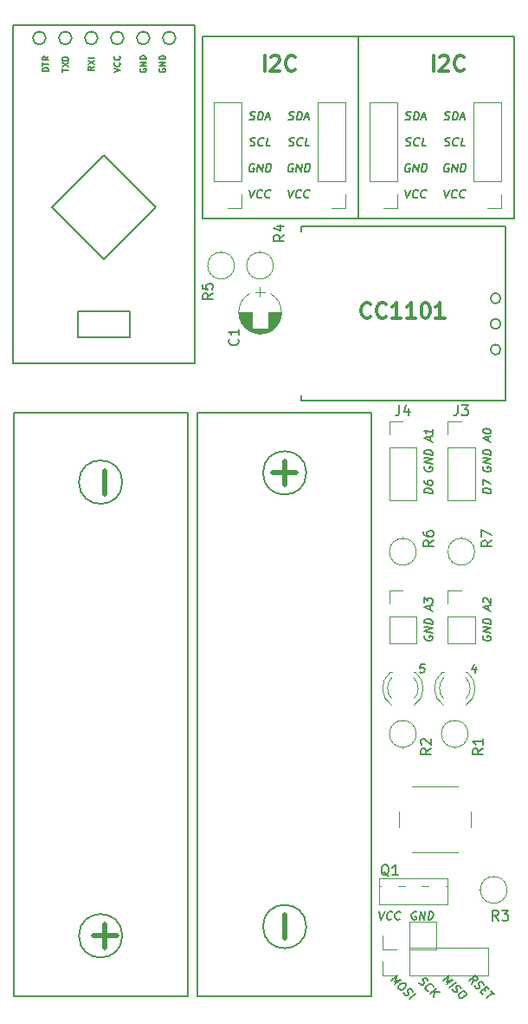
<source format=gbr>
G04 #@! TF.FileFunction,Legend,Top*
%FSLAX46Y46*%
G04 Gerber Fmt 4.6, Leading zero omitted, Abs format (unit mm)*
G04 Created by KiCad (PCBNEW 4.0.7) date 05/04/18 00:13:25*
%MOMM*%
%LPD*%
G01*
G04 APERTURE LIST*
%ADD10C,0.100000*%
%ADD11C,0.150000*%
%ADD12C,0.300000*%
%ADD13C,0.200000*%
%ADD14C,0.120000*%
%ADD15C,0.500000*%
G04 APERTURE END LIST*
D10*
D11*
X141966905Y-95885714D02*
X141166905Y-95785714D01*
X141166905Y-95595238D01*
X141205000Y-95485714D01*
X141281190Y-95419047D01*
X141357381Y-95390476D01*
X141509762Y-95371428D01*
X141624048Y-95385714D01*
X141776429Y-95442857D01*
X141852619Y-95490475D01*
X141928810Y-95576190D01*
X141966905Y-95695238D01*
X141966905Y-95885714D01*
X141166905Y-94642857D02*
X141166905Y-94795238D01*
X141205000Y-94876190D01*
X141243095Y-94919047D01*
X141357381Y-95009524D01*
X141509762Y-95066666D01*
X141814524Y-95104761D01*
X141890714Y-95076190D01*
X141928810Y-95042857D01*
X141966905Y-94971428D01*
X141966905Y-94819047D01*
X141928810Y-94738095D01*
X141890714Y-94695237D01*
X141814524Y-94647618D01*
X141624048Y-94623809D01*
X141547857Y-94652380D01*
X141509762Y-94685714D01*
X141471667Y-94757142D01*
X141471667Y-94909523D01*
X141509762Y-94990476D01*
X141547857Y-95033333D01*
X141624048Y-95080952D01*
X147681905Y-95885714D02*
X146881905Y-95785714D01*
X146881905Y-95595238D01*
X146920000Y-95485714D01*
X146996190Y-95419047D01*
X147072381Y-95390476D01*
X147224762Y-95371428D01*
X147339048Y-95385714D01*
X147491429Y-95442857D01*
X147567619Y-95490475D01*
X147643810Y-95576190D01*
X147681905Y-95695238D01*
X147681905Y-95885714D01*
X146881905Y-95061904D02*
X146881905Y-94528571D01*
X147681905Y-94971428D01*
X146920000Y-93269523D02*
X146881905Y-93340952D01*
X146881905Y-93455237D01*
X146920000Y-93574285D01*
X146996190Y-93660000D01*
X147072381Y-93707619D01*
X147224762Y-93764761D01*
X147339048Y-93779047D01*
X147491429Y-93760000D01*
X147567619Y-93731428D01*
X147643810Y-93664761D01*
X147681905Y-93555237D01*
X147681905Y-93479047D01*
X147643810Y-93359999D01*
X147605714Y-93317142D01*
X147339048Y-93283809D01*
X147339048Y-93436190D01*
X147681905Y-92983809D02*
X146881905Y-92883809D01*
X147681905Y-92526666D01*
X146881905Y-92426666D01*
X147681905Y-92145714D02*
X146881905Y-92045714D01*
X146881905Y-91855238D01*
X146920000Y-91745714D01*
X146996190Y-91679047D01*
X147072381Y-91650476D01*
X147224762Y-91631428D01*
X147339048Y-91645714D01*
X147491429Y-91702857D01*
X147567619Y-91750475D01*
X147643810Y-91836190D01*
X147681905Y-91955238D01*
X147681905Y-92145714D01*
X141205000Y-93269523D02*
X141166905Y-93340952D01*
X141166905Y-93455237D01*
X141205000Y-93574285D01*
X141281190Y-93660000D01*
X141357381Y-93707619D01*
X141509762Y-93764761D01*
X141624048Y-93779047D01*
X141776429Y-93760000D01*
X141852619Y-93731428D01*
X141928810Y-93664761D01*
X141966905Y-93555237D01*
X141966905Y-93479047D01*
X141928810Y-93359999D01*
X141890714Y-93317142D01*
X141624048Y-93283809D01*
X141624048Y-93436190D01*
X141966905Y-92983809D02*
X141166905Y-92883809D01*
X141966905Y-92526666D01*
X141166905Y-92426666D01*
X141966905Y-92145714D02*
X141166905Y-92045714D01*
X141166905Y-91855238D01*
X141205000Y-91745714D01*
X141281190Y-91679047D01*
X141357381Y-91650476D01*
X141509762Y-91631428D01*
X141624048Y-91645714D01*
X141776429Y-91702857D01*
X141852619Y-91750475D01*
X141928810Y-91836190D01*
X141966905Y-91955238D01*
X141966905Y-92145714D01*
X141205000Y-109779523D02*
X141166905Y-109850952D01*
X141166905Y-109965237D01*
X141205000Y-110084285D01*
X141281190Y-110170000D01*
X141357381Y-110217619D01*
X141509762Y-110274761D01*
X141624048Y-110289047D01*
X141776429Y-110270000D01*
X141852619Y-110241428D01*
X141928810Y-110174761D01*
X141966905Y-110065237D01*
X141966905Y-109989047D01*
X141928810Y-109869999D01*
X141890714Y-109827142D01*
X141624048Y-109793809D01*
X141624048Y-109946190D01*
X141966905Y-109493809D02*
X141166905Y-109393809D01*
X141966905Y-109036666D01*
X141166905Y-108936666D01*
X141966905Y-108655714D02*
X141166905Y-108555714D01*
X141166905Y-108365238D01*
X141205000Y-108255714D01*
X141281190Y-108189047D01*
X141357381Y-108160476D01*
X141509762Y-108141428D01*
X141624048Y-108155714D01*
X141776429Y-108212857D01*
X141852619Y-108260475D01*
X141928810Y-108346190D01*
X141966905Y-108465238D01*
X141966905Y-108655714D01*
X140410477Y-136760000D02*
X140339048Y-136721905D01*
X140224763Y-136721905D01*
X140105715Y-136760000D01*
X140020000Y-136836190D01*
X139972381Y-136912381D01*
X139915239Y-137064762D01*
X139900953Y-137179048D01*
X139920000Y-137331429D01*
X139948572Y-137407619D01*
X140015239Y-137483810D01*
X140124763Y-137521905D01*
X140200953Y-137521905D01*
X140320001Y-137483810D01*
X140362858Y-137445714D01*
X140396191Y-137179048D01*
X140243810Y-137179048D01*
X140696191Y-137521905D02*
X140796191Y-136721905D01*
X141153334Y-137521905D01*
X141253334Y-136721905D01*
X141534286Y-137521905D02*
X141634286Y-136721905D01*
X141824762Y-136721905D01*
X141934286Y-136760000D01*
X142000953Y-136836190D01*
X142029524Y-136912381D01*
X142048572Y-137064762D01*
X142034286Y-137179048D01*
X141977143Y-137331429D01*
X141929525Y-137407619D01*
X141843810Y-137483810D01*
X141724762Y-137521905D01*
X141534286Y-137521905D01*
D12*
X135922144Y-78640714D02*
X135850715Y-78712143D01*
X135636429Y-78783571D01*
X135493572Y-78783571D01*
X135279287Y-78712143D01*
X135136429Y-78569286D01*
X135065001Y-78426429D01*
X134993572Y-78140714D01*
X134993572Y-77926429D01*
X135065001Y-77640714D01*
X135136429Y-77497857D01*
X135279287Y-77355000D01*
X135493572Y-77283571D01*
X135636429Y-77283571D01*
X135850715Y-77355000D01*
X135922144Y-77426429D01*
X137422144Y-78640714D02*
X137350715Y-78712143D01*
X137136429Y-78783571D01*
X136993572Y-78783571D01*
X136779287Y-78712143D01*
X136636429Y-78569286D01*
X136565001Y-78426429D01*
X136493572Y-78140714D01*
X136493572Y-77926429D01*
X136565001Y-77640714D01*
X136636429Y-77497857D01*
X136779287Y-77355000D01*
X136993572Y-77283571D01*
X137136429Y-77283571D01*
X137350715Y-77355000D01*
X137422144Y-77426429D01*
X138850715Y-78783571D02*
X137993572Y-78783571D01*
X138422144Y-78783571D02*
X138422144Y-77283571D01*
X138279287Y-77497857D01*
X138136429Y-77640714D01*
X137993572Y-77712143D01*
X140279286Y-78783571D02*
X139422143Y-78783571D01*
X139850715Y-78783571D02*
X139850715Y-77283571D01*
X139707858Y-77497857D01*
X139565000Y-77640714D01*
X139422143Y-77712143D01*
X141207857Y-77283571D02*
X141350714Y-77283571D01*
X141493571Y-77355000D01*
X141565000Y-77426429D01*
X141636429Y-77569286D01*
X141707857Y-77855000D01*
X141707857Y-78212143D01*
X141636429Y-78497857D01*
X141565000Y-78640714D01*
X141493571Y-78712143D01*
X141350714Y-78783571D01*
X141207857Y-78783571D01*
X141065000Y-78712143D01*
X140993571Y-78640714D01*
X140922143Y-78497857D01*
X140850714Y-78212143D01*
X140850714Y-77855000D01*
X140922143Y-77569286D01*
X140993571Y-77426429D01*
X141065000Y-77355000D01*
X141207857Y-77283571D01*
X143136428Y-78783571D02*
X142279285Y-78783571D01*
X142707857Y-78783571D02*
X142707857Y-77283571D01*
X142565000Y-77497857D01*
X142422142Y-77640714D01*
X142279285Y-77712143D01*
X142045715Y-54653571D02*
X142045715Y-53153571D01*
X142688572Y-53296429D02*
X142760001Y-53225000D01*
X142902858Y-53153571D01*
X143260001Y-53153571D01*
X143402858Y-53225000D01*
X143474287Y-53296429D01*
X143545715Y-53439286D01*
X143545715Y-53582143D01*
X143474287Y-53796429D01*
X142617144Y-54653571D01*
X143545715Y-54653571D01*
X145045715Y-54510714D02*
X144974286Y-54582143D01*
X144760000Y-54653571D01*
X144617143Y-54653571D01*
X144402858Y-54582143D01*
X144260000Y-54439286D01*
X144188572Y-54296429D01*
X144117143Y-54010714D01*
X144117143Y-53796429D01*
X144188572Y-53510714D01*
X144260000Y-53367857D01*
X144402858Y-53225000D01*
X144617143Y-53153571D01*
X144760000Y-53153571D01*
X144974286Y-53225000D01*
X145045715Y-53296429D01*
X125535715Y-54653571D02*
X125535715Y-53153571D01*
X126178572Y-53296429D02*
X126250001Y-53225000D01*
X126392858Y-53153571D01*
X126750001Y-53153571D01*
X126892858Y-53225000D01*
X126964287Y-53296429D01*
X127035715Y-53439286D01*
X127035715Y-53582143D01*
X126964287Y-53796429D01*
X126107144Y-54653571D01*
X127035715Y-54653571D01*
X128535715Y-54510714D02*
X128464286Y-54582143D01*
X128250000Y-54653571D01*
X128107143Y-54653571D01*
X127892858Y-54582143D01*
X127750000Y-54439286D01*
X127678572Y-54296429D01*
X127607143Y-54010714D01*
X127607143Y-53796429D01*
X127678572Y-53510714D01*
X127750000Y-53367857D01*
X127892858Y-53225000D01*
X128107143Y-53153571D01*
X128250000Y-53153571D01*
X128464286Y-53225000D01*
X128535715Y-53296429D01*
D11*
X145831421Y-143803232D02*
X145945905Y-143378967D01*
X145508172Y-143479983D02*
X146144568Y-142985008D01*
X146360067Y-143200508D01*
X146383638Y-143277953D01*
X146380271Y-143328460D01*
X146346598Y-143402538D01*
X146255686Y-143473249D01*
X146168139Y-143493452D01*
X146110897Y-143490085D01*
X146026718Y-143459780D01*
X145811218Y-143244280D01*
X146077225Y-143995161D02*
X146127733Y-144099544D01*
X146262420Y-144234231D01*
X146346598Y-144264535D01*
X146403842Y-144267902D01*
X146491388Y-144247699D01*
X146551997Y-144200558D01*
X146585668Y-144126481D01*
X146589035Y-144075973D01*
X146565466Y-143998528D01*
X146488021Y-143867208D01*
X146464450Y-143789763D01*
X146467817Y-143739256D01*
X146501490Y-143665178D01*
X146562098Y-143618037D01*
X146649645Y-143597834D01*
X146706886Y-143601201D01*
X146791066Y-143631506D01*
X146925753Y-143766193D01*
X146976261Y-143870575D01*
X146945956Y-144325144D02*
X147134518Y-144513706D01*
X146881980Y-144853791D02*
X146612606Y-144584417D01*
X147249002Y-144089442D01*
X147518376Y-144358816D01*
X147680000Y-144520440D02*
X148003249Y-144843689D01*
X147205229Y-145177040D02*
X147841625Y-144682065D01*
X142968172Y-143479983D02*
X143604568Y-142985008D01*
X143338562Y-143527123D01*
X143981692Y-143362132D01*
X143345296Y-143857107D01*
X143614670Y-144126481D02*
X144251066Y-143631506D01*
X143887411Y-144345347D02*
X143937919Y-144449730D01*
X144072606Y-144584417D01*
X144156785Y-144614721D01*
X144214028Y-144618088D01*
X144301574Y-144597886D01*
X144362183Y-144550744D01*
X144395855Y-144476667D01*
X144399221Y-144426159D01*
X144375652Y-144348714D01*
X144298207Y-144217394D01*
X144274636Y-144139949D01*
X144278003Y-144089442D01*
X144311676Y-144015364D01*
X144372284Y-143968223D01*
X144459831Y-143948020D01*
X144517073Y-143951387D01*
X144601252Y-143981692D01*
X144735939Y-144116379D01*
X144786447Y-144220762D01*
X145166938Y-144547378D02*
X145274687Y-144655127D01*
X145298258Y-144732573D01*
X145291523Y-144833587D01*
X145197243Y-144954806D01*
X144985110Y-145119797D01*
X144836955Y-145187141D01*
X144722471Y-145180407D01*
X144638291Y-145150102D01*
X144530541Y-145042352D01*
X144506971Y-144964908D01*
X144513706Y-144863892D01*
X144607987Y-144742674D01*
X144820119Y-144577682D01*
X144968275Y-144510338D01*
X145082759Y-144517073D01*
X145166938Y-144547378D01*
X140620101Y-143618038D02*
X140670609Y-143722420D01*
X140805296Y-143857107D01*
X140889475Y-143887412D01*
X140946718Y-143890779D01*
X141034264Y-143870576D01*
X141094873Y-143823435D01*
X141128545Y-143749357D01*
X141131912Y-143698850D01*
X141108342Y-143621404D01*
X141030897Y-143490085D01*
X141007326Y-143412640D01*
X141010694Y-143362132D01*
X141044366Y-143288054D01*
X141104974Y-143240914D01*
X141192521Y-143220710D01*
X141249763Y-143224078D01*
X141333943Y-143254383D01*
X141468630Y-143389070D01*
X141519137Y-143493452D01*
X141539341Y-144483402D02*
X141482098Y-144480035D01*
X141370982Y-144422793D01*
X141317107Y-144368918D01*
X141266599Y-144264536D01*
X141273334Y-144163520D01*
X141307005Y-144089442D01*
X141401286Y-143968224D01*
X141492200Y-143897513D01*
X141640355Y-143830169D01*
X141727902Y-143809966D01*
X141842386Y-143816701D01*
X141953503Y-143873943D01*
X142007378Y-143927818D01*
X142057886Y-144032200D01*
X142054518Y-144082707D01*
X141721168Y-144772979D02*
X142357564Y-144278004D01*
X142044417Y-145096228D02*
X142165635Y-144570948D01*
X142680813Y-144601253D02*
X141993909Y-144560847D01*
X137888172Y-143479983D02*
X138524568Y-142985008D01*
X138258562Y-143527123D01*
X138901692Y-143362132D01*
X138265296Y-143857107D01*
X139278816Y-143739256D02*
X139386565Y-143847005D01*
X139410136Y-143924451D01*
X139403402Y-144025465D01*
X139309121Y-144146684D01*
X139096988Y-144311675D01*
X138948833Y-144379019D01*
X138834349Y-144372285D01*
X138750169Y-144341980D01*
X138642420Y-144234231D01*
X138618850Y-144156786D01*
X138625584Y-144055770D01*
X138719865Y-143934552D01*
X138931997Y-143769560D01*
X139080153Y-143702216D01*
X139194637Y-143708951D01*
X139278816Y-143739256D01*
X139130660Y-144668596D02*
X139181168Y-144772979D01*
X139315855Y-144907666D01*
X139400034Y-144937970D01*
X139457277Y-144941337D01*
X139544823Y-144921135D01*
X139605432Y-144873993D01*
X139639104Y-144799916D01*
X139642470Y-144749408D01*
X139618901Y-144671963D01*
X139541456Y-144540643D01*
X139517885Y-144463198D01*
X139521252Y-144412691D01*
X139554925Y-144338613D01*
X139615533Y-144291472D01*
X139703080Y-144271269D01*
X139760321Y-144274636D01*
X139844501Y-144304941D01*
X139979188Y-144439628D01*
X140029696Y-144544010D01*
X139666041Y-145257852D02*
X140302437Y-144762877D01*
X136783095Y-136721905D02*
X136949762Y-137521905D01*
X137316429Y-136721905D01*
X137949762Y-137445714D02*
X137906905Y-137483810D01*
X137787857Y-137521905D01*
X137711667Y-137521905D01*
X137602143Y-137483810D01*
X137535476Y-137407619D01*
X137506904Y-137331429D01*
X137487857Y-137179048D01*
X137502143Y-137064762D01*
X137559285Y-136912381D01*
X137606904Y-136836190D01*
X137692619Y-136760000D01*
X137811667Y-136721905D01*
X137887857Y-136721905D01*
X137997381Y-136760000D01*
X138030714Y-136798095D01*
X138749762Y-137445714D02*
X138706905Y-137483810D01*
X138587857Y-137521905D01*
X138511667Y-137521905D01*
X138402143Y-137483810D01*
X138335476Y-137407619D01*
X138306904Y-137331429D01*
X138287857Y-137179048D01*
X138302143Y-137064762D01*
X138359285Y-136912381D01*
X138406904Y-136836190D01*
X138492619Y-136760000D01*
X138611667Y-136721905D01*
X138687857Y-136721905D01*
X138797381Y-136760000D01*
X138830714Y-136798095D01*
X141215239Y-112591905D02*
X140834286Y-112591905D01*
X140748572Y-112972857D01*
X140791429Y-112934762D01*
X140872382Y-112896667D01*
X141062858Y-112896667D01*
X141134286Y-112934762D01*
X141167620Y-112972857D01*
X141196191Y-113049048D01*
X141172382Y-113239524D01*
X141124763Y-113315714D01*
X141081905Y-113353810D01*
X141000953Y-113391905D01*
X140810477Y-113391905D01*
X140739048Y-113353810D01*
X140705715Y-113315714D01*
X146223810Y-112858571D02*
X146157143Y-113391905D01*
X146071429Y-112553810D02*
X145809524Y-113125238D01*
X146304762Y-113125238D01*
X141738333Y-107268095D02*
X141738333Y-106887143D01*
X141966905Y-107372857D02*
X141166905Y-107006190D01*
X141966905Y-106839523D01*
X141166905Y-106549047D02*
X141166905Y-106053809D01*
X141471667Y-106358571D01*
X141471667Y-106244285D01*
X141509762Y-106172857D01*
X141547857Y-106139523D01*
X141624048Y-106110952D01*
X141814524Y-106134761D01*
X141890714Y-106182380D01*
X141928810Y-106225238D01*
X141966905Y-106306190D01*
X141966905Y-106534762D01*
X141928810Y-106606190D01*
X141890714Y-106639523D01*
X147453333Y-107268095D02*
X147453333Y-106887143D01*
X147681905Y-107372857D02*
X146881905Y-107006190D01*
X147681905Y-106839523D01*
X146958095Y-106520476D02*
X146920000Y-106477619D01*
X146881905Y-106396666D01*
X146881905Y-106206190D01*
X146920000Y-106134762D01*
X146958095Y-106101428D01*
X147034286Y-106072857D01*
X147110476Y-106082380D01*
X147224762Y-106134761D01*
X147681905Y-106649047D01*
X147681905Y-106153809D01*
X141738333Y-90758095D02*
X141738333Y-90377143D01*
X141966905Y-90862857D02*
X141166905Y-90496190D01*
X141966905Y-90329523D01*
X141966905Y-89643809D02*
X141966905Y-90100952D01*
X141966905Y-89872381D02*
X141166905Y-89772381D01*
X141281190Y-89862857D01*
X141357381Y-89948572D01*
X141395476Y-90029523D01*
X147453333Y-90758095D02*
X147453333Y-90377143D01*
X147681905Y-90862857D02*
X146881905Y-90496190D01*
X147681905Y-90329523D01*
X146881905Y-89810476D02*
X146881905Y-89734285D01*
X146920000Y-89662857D01*
X146958095Y-89629524D01*
X147034286Y-89600952D01*
X147186667Y-89581904D01*
X147377143Y-89605714D01*
X147529524Y-89662856D01*
X147605714Y-89710476D01*
X147643810Y-89753333D01*
X147681905Y-89834285D01*
X147681905Y-89910476D01*
X147643810Y-89981904D01*
X147605714Y-90015238D01*
X147529524Y-90043809D01*
X147377143Y-90062857D01*
X147186667Y-90039047D01*
X147034286Y-89981905D01*
X146958095Y-89934286D01*
X146920000Y-89891428D01*
X146881905Y-89810476D01*
X146920000Y-109779523D02*
X146881905Y-109850952D01*
X146881905Y-109965237D01*
X146920000Y-110084285D01*
X146996190Y-110170000D01*
X147072381Y-110217619D01*
X147224762Y-110274761D01*
X147339048Y-110289047D01*
X147491429Y-110270000D01*
X147567619Y-110241428D01*
X147643810Y-110174761D01*
X147681905Y-110065237D01*
X147681905Y-109989047D01*
X147643810Y-109869999D01*
X147605714Y-109827142D01*
X147339048Y-109793809D01*
X147339048Y-109946190D01*
X147681905Y-109493809D02*
X146881905Y-109393809D01*
X147681905Y-109036666D01*
X146881905Y-108936666D01*
X147681905Y-108655714D02*
X146881905Y-108555714D01*
X146881905Y-108365238D01*
X146920000Y-108255714D01*
X146996190Y-108189047D01*
X147072381Y-108160476D01*
X147224762Y-108141428D01*
X147339048Y-108155714D01*
X147491429Y-108212857D01*
X147567619Y-108260475D01*
X147643810Y-108346190D01*
X147681905Y-108465238D01*
X147681905Y-108655714D01*
X143133095Y-66236905D02*
X143299762Y-67036905D01*
X143666429Y-66236905D01*
X144299762Y-66960714D02*
X144256905Y-66998810D01*
X144137857Y-67036905D01*
X144061667Y-67036905D01*
X143952143Y-66998810D01*
X143885476Y-66922619D01*
X143856904Y-66846429D01*
X143837857Y-66694048D01*
X143852143Y-66579762D01*
X143909285Y-66427381D01*
X143956904Y-66351190D01*
X144042619Y-66275000D01*
X144161667Y-66236905D01*
X144237857Y-66236905D01*
X144347381Y-66275000D01*
X144380714Y-66313095D01*
X145099762Y-66960714D02*
X145056905Y-66998810D01*
X144937857Y-67036905D01*
X144861667Y-67036905D01*
X144752143Y-66998810D01*
X144685476Y-66922619D01*
X144656904Y-66846429D01*
X144637857Y-66694048D01*
X144652143Y-66579762D01*
X144709285Y-66427381D01*
X144756904Y-66351190D01*
X144842619Y-66275000D01*
X144961667Y-66236905D01*
X145037857Y-66236905D01*
X145147381Y-66275000D01*
X145180714Y-66313095D01*
X143585477Y-63735000D02*
X143514048Y-63696905D01*
X143399763Y-63696905D01*
X143280715Y-63735000D01*
X143195000Y-63811190D01*
X143147381Y-63887381D01*
X143090239Y-64039762D01*
X143075953Y-64154048D01*
X143095000Y-64306429D01*
X143123572Y-64382619D01*
X143190239Y-64458810D01*
X143299763Y-64496905D01*
X143375953Y-64496905D01*
X143495001Y-64458810D01*
X143537858Y-64420714D01*
X143571191Y-64154048D01*
X143418810Y-64154048D01*
X143871191Y-64496905D02*
X143971191Y-63696905D01*
X144328334Y-64496905D01*
X144428334Y-63696905D01*
X144709286Y-64496905D02*
X144809286Y-63696905D01*
X144999762Y-63696905D01*
X145109286Y-63735000D01*
X145175953Y-63811190D01*
X145204524Y-63887381D01*
X145223572Y-64039762D01*
X145209286Y-64154048D01*
X145152143Y-64306429D01*
X145104525Y-64382619D01*
X145018810Y-64458810D01*
X144899762Y-64496905D01*
X144709286Y-64496905D01*
X143152143Y-61918810D02*
X143261667Y-61956905D01*
X143452143Y-61956905D01*
X143533095Y-61918810D01*
X143575953Y-61880714D01*
X143623572Y-61804524D01*
X143633095Y-61728333D01*
X143604524Y-61652143D01*
X143571190Y-61614048D01*
X143499762Y-61575952D01*
X143352143Y-61537857D01*
X143280714Y-61499762D01*
X143247381Y-61461667D01*
X143218810Y-61385476D01*
X143228333Y-61309286D01*
X143275952Y-61233095D01*
X143318809Y-61195000D01*
X143399762Y-61156905D01*
X143590238Y-61156905D01*
X143699762Y-61195000D01*
X144414048Y-61880714D02*
X144371191Y-61918810D01*
X144252143Y-61956905D01*
X144175953Y-61956905D01*
X144066429Y-61918810D01*
X143999762Y-61842619D01*
X143971190Y-61766429D01*
X143952143Y-61614048D01*
X143966429Y-61499762D01*
X144023571Y-61347381D01*
X144071190Y-61271190D01*
X144156905Y-61195000D01*
X144275953Y-61156905D01*
X144352143Y-61156905D01*
X144461667Y-61195000D01*
X144495000Y-61233095D01*
X145128334Y-61956905D02*
X144747381Y-61956905D01*
X144847381Y-61156905D01*
X143133096Y-59378810D02*
X143242620Y-59416905D01*
X143433096Y-59416905D01*
X143514048Y-59378810D01*
X143556906Y-59340714D01*
X143604525Y-59264524D01*
X143614048Y-59188333D01*
X143585477Y-59112143D01*
X143552143Y-59074048D01*
X143480715Y-59035952D01*
X143333096Y-58997857D01*
X143261667Y-58959762D01*
X143228334Y-58921667D01*
X143199763Y-58845476D01*
X143209286Y-58769286D01*
X143256905Y-58693095D01*
X143299762Y-58655000D01*
X143380715Y-58616905D01*
X143571191Y-58616905D01*
X143680715Y-58655000D01*
X143928334Y-59416905D02*
X144028334Y-58616905D01*
X144218810Y-58616905D01*
X144328334Y-58655000D01*
X144395001Y-58731190D01*
X144423572Y-58807381D01*
X144442620Y-58959762D01*
X144428334Y-59074048D01*
X144371191Y-59226429D01*
X144323573Y-59302619D01*
X144237858Y-59378810D01*
X144118810Y-59416905D01*
X143928334Y-59416905D01*
X144718810Y-59188333D02*
X145099762Y-59188333D01*
X144614048Y-59416905D02*
X144980715Y-58616905D01*
X145147382Y-59416905D01*
X139323095Y-66236905D02*
X139489762Y-67036905D01*
X139856429Y-66236905D01*
X140489762Y-66960714D02*
X140446905Y-66998810D01*
X140327857Y-67036905D01*
X140251667Y-67036905D01*
X140142143Y-66998810D01*
X140075476Y-66922619D01*
X140046904Y-66846429D01*
X140027857Y-66694048D01*
X140042143Y-66579762D01*
X140099285Y-66427381D01*
X140146904Y-66351190D01*
X140232619Y-66275000D01*
X140351667Y-66236905D01*
X140427857Y-66236905D01*
X140537381Y-66275000D01*
X140570714Y-66313095D01*
X141289762Y-66960714D02*
X141246905Y-66998810D01*
X141127857Y-67036905D01*
X141051667Y-67036905D01*
X140942143Y-66998810D01*
X140875476Y-66922619D01*
X140846904Y-66846429D01*
X140827857Y-66694048D01*
X140842143Y-66579762D01*
X140899285Y-66427381D01*
X140946904Y-66351190D01*
X141032619Y-66275000D01*
X141151667Y-66236905D01*
X141227857Y-66236905D01*
X141337381Y-66275000D01*
X141370714Y-66313095D01*
X139775477Y-63735000D02*
X139704048Y-63696905D01*
X139589763Y-63696905D01*
X139470715Y-63735000D01*
X139385000Y-63811190D01*
X139337381Y-63887381D01*
X139280239Y-64039762D01*
X139265953Y-64154048D01*
X139285000Y-64306429D01*
X139313572Y-64382619D01*
X139380239Y-64458810D01*
X139489763Y-64496905D01*
X139565953Y-64496905D01*
X139685001Y-64458810D01*
X139727858Y-64420714D01*
X139761191Y-64154048D01*
X139608810Y-64154048D01*
X140061191Y-64496905D02*
X140161191Y-63696905D01*
X140518334Y-64496905D01*
X140618334Y-63696905D01*
X140899286Y-64496905D02*
X140999286Y-63696905D01*
X141189762Y-63696905D01*
X141299286Y-63735000D01*
X141365953Y-63811190D01*
X141394524Y-63887381D01*
X141413572Y-64039762D01*
X141399286Y-64154048D01*
X141342143Y-64306429D01*
X141294525Y-64382619D01*
X141208810Y-64458810D01*
X141089762Y-64496905D01*
X140899286Y-64496905D01*
X139342143Y-61918810D02*
X139451667Y-61956905D01*
X139642143Y-61956905D01*
X139723095Y-61918810D01*
X139765953Y-61880714D01*
X139813572Y-61804524D01*
X139823095Y-61728333D01*
X139794524Y-61652143D01*
X139761190Y-61614048D01*
X139689762Y-61575952D01*
X139542143Y-61537857D01*
X139470714Y-61499762D01*
X139437381Y-61461667D01*
X139408810Y-61385476D01*
X139418333Y-61309286D01*
X139465952Y-61233095D01*
X139508809Y-61195000D01*
X139589762Y-61156905D01*
X139780238Y-61156905D01*
X139889762Y-61195000D01*
X140604048Y-61880714D02*
X140561191Y-61918810D01*
X140442143Y-61956905D01*
X140365953Y-61956905D01*
X140256429Y-61918810D01*
X140189762Y-61842619D01*
X140161190Y-61766429D01*
X140142143Y-61614048D01*
X140156429Y-61499762D01*
X140213571Y-61347381D01*
X140261190Y-61271190D01*
X140346905Y-61195000D01*
X140465953Y-61156905D01*
X140542143Y-61156905D01*
X140651667Y-61195000D01*
X140685000Y-61233095D01*
X141318334Y-61956905D02*
X140937381Y-61956905D01*
X141037381Y-61156905D01*
X139323096Y-59378810D02*
X139432620Y-59416905D01*
X139623096Y-59416905D01*
X139704048Y-59378810D01*
X139746906Y-59340714D01*
X139794525Y-59264524D01*
X139804048Y-59188333D01*
X139775477Y-59112143D01*
X139742143Y-59074048D01*
X139670715Y-59035952D01*
X139523096Y-58997857D01*
X139451667Y-58959762D01*
X139418334Y-58921667D01*
X139389763Y-58845476D01*
X139399286Y-58769286D01*
X139446905Y-58693095D01*
X139489762Y-58655000D01*
X139570715Y-58616905D01*
X139761191Y-58616905D01*
X139870715Y-58655000D01*
X140118334Y-59416905D02*
X140218334Y-58616905D01*
X140408810Y-58616905D01*
X140518334Y-58655000D01*
X140585001Y-58731190D01*
X140613572Y-58807381D01*
X140632620Y-58959762D01*
X140618334Y-59074048D01*
X140561191Y-59226429D01*
X140513573Y-59302619D01*
X140427858Y-59378810D01*
X140308810Y-59416905D01*
X140118334Y-59416905D01*
X140908810Y-59188333D02*
X141289762Y-59188333D01*
X140804048Y-59416905D02*
X141170715Y-58616905D01*
X141337382Y-59416905D01*
X127893096Y-59378810D02*
X128002620Y-59416905D01*
X128193096Y-59416905D01*
X128274048Y-59378810D01*
X128316906Y-59340714D01*
X128364525Y-59264524D01*
X128374048Y-59188333D01*
X128345477Y-59112143D01*
X128312143Y-59074048D01*
X128240715Y-59035952D01*
X128093096Y-58997857D01*
X128021667Y-58959762D01*
X127988334Y-58921667D01*
X127959763Y-58845476D01*
X127969286Y-58769286D01*
X128016905Y-58693095D01*
X128059762Y-58655000D01*
X128140715Y-58616905D01*
X128331191Y-58616905D01*
X128440715Y-58655000D01*
X128688334Y-59416905D02*
X128788334Y-58616905D01*
X128978810Y-58616905D01*
X129088334Y-58655000D01*
X129155001Y-58731190D01*
X129183572Y-58807381D01*
X129202620Y-58959762D01*
X129188334Y-59074048D01*
X129131191Y-59226429D01*
X129083573Y-59302619D01*
X128997858Y-59378810D01*
X128878810Y-59416905D01*
X128688334Y-59416905D01*
X129478810Y-59188333D02*
X129859762Y-59188333D01*
X129374048Y-59416905D02*
X129740715Y-58616905D01*
X129907382Y-59416905D01*
X127912143Y-61918810D02*
X128021667Y-61956905D01*
X128212143Y-61956905D01*
X128293095Y-61918810D01*
X128335953Y-61880714D01*
X128383572Y-61804524D01*
X128393095Y-61728333D01*
X128364524Y-61652143D01*
X128331190Y-61614048D01*
X128259762Y-61575952D01*
X128112143Y-61537857D01*
X128040714Y-61499762D01*
X128007381Y-61461667D01*
X127978810Y-61385476D01*
X127988333Y-61309286D01*
X128035952Y-61233095D01*
X128078809Y-61195000D01*
X128159762Y-61156905D01*
X128350238Y-61156905D01*
X128459762Y-61195000D01*
X129174048Y-61880714D02*
X129131191Y-61918810D01*
X129012143Y-61956905D01*
X128935953Y-61956905D01*
X128826429Y-61918810D01*
X128759762Y-61842619D01*
X128731190Y-61766429D01*
X128712143Y-61614048D01*
X128726429Y-61499762D01*
X128783571Y-61347381D01*
X128831190Y-61271190D01*
X128916905Y-61195000D01*
X129035953Y-61156905D01*
X129112143Y-61156905D01*
X129221667Y-61195000D01*
X129255000Y-61233095D01*
X129888334Y-61956905D02*
X129507381Y-61956905D01*
X129607381Y-61156905D01*
X128345477Y-63735000D02*
X128274048Y-63696905D01*
X128159763Y-63696905D01*
X128040715Y-63735000D01*
X127955000Y-63811190D01*
X127907381Y-63887381D01*
X127850239Y-64039762D01*
X127835953Y-64154048D01*
X127855000Y-64306429D01*
X127883572Y-64382619D01*
X127950239Y-64458810D01*
X128059763Y-64496905D01*
X128135953Y-64496905D01*
X128255001Y-64458810D01*
X128297858Y-64420714D01*
X128331191Y-64154048D01*
X128178810Y-64154048D01*
X128631191Y-64496905D02*
X128731191Y-63696905D01*
X129088334Y-64496905D01*
X129188334Y-63696905D01*
X129469286Y-64496905D02*
X129569286Y-63696905D01*
X129759762Y-63696905D01*
X129869286Y-63735000D01*
X129935953Y-63811190D01*
X129964524Y-63887381D01*
X129983572Y-64039762D01*
X129969286Y-64154048D01*
X129912143Y-64306429D01*
X129864525Y-64382619D01*
X129778810Y-64458810D01*
X129659762Y-64496905D01*
X129469286Y-64496905D01*
X127893095Y-66236905D02*
X128059762Y-67036905D01*
X128426429Y-66236905D01*
X129059762Y-66960714D02*
X129016905Y-66998810D01*
X128897857Y-67036905D01*
X128821667Y-67036905D01*
X128712143Y-66998810D01*
X128645476Y-66922619D01*
X128616904Y-66846429D01*
X128597857Y-66694048D01*
X128612143Y-66579762D01*
X128669285Y-66427381D01*
X128716904Y-66351190D01*
X128802619Y-66275000D01*
X128921667Y-66236905D01*
X128997857Y-66236905D01*
X129107381Y-66275000D01*
X129140714Y-66313095D01*
X129859762Y-66960714D02*
X129816905Y-66998810D01*
X129697857Y-67036905D01*
X129621667Y-67036905D01*
X129512143Y-66998810D01*
X129445476Y-66922619D01*
X129416904Y-66846429D01*
X129397857Y-66694048D01*
X129412143Y-66579762D01*
X129469285Y-66427381D01*
X129516904Y-66351190D01*
X129602619Y-66275000D01*
X129721667Y-66236905D01*
X129797857Y-66236905D01*
X129907381Y-66275000D01*
X129940714Y-66313095D01*
X124083095Y-66236905D02*
X124249762Y-67036905D01*
X124616429Y-66236905D01*
X125249762Y-66960714D02*
X125206905Y-66998810D01*
X125087857Y-67036905D01*
X125011667Y-67036905D01*
X124902143Y-66998810D01*
X124835476Y-66922619D01*
X124806904Y-66846429D01*
X124787857Y-66694048D01*
X124802143Y-66579762D01*
X124859285Y-66427381D01*
X124906904Y-66351190D01*
X124992619Y-66275000D01*
X125111667Y-66236905D01*
X125187857Y-66236905D01*
X125297381Y-66275000D01*
X125330714Y-66313095D01*
X126049762Y-66960714D02*
X126006905Y-66998810D01*
X125887857Y-67036905D01*
X125811667Y-67036905D01*
X125702143Y-66998810D01*
X125635476Y-66922619D01*
X125606904Y-66846429D01*
X125587857Y-66694048D01*
X125602143Y-66579762D01*
X125659285Y-66427381D01*
X125706904Y-66351190D01*
X125792619Y-66275000D01*
X125911667Y-66236905D01*
X125987857Y-66236905D01*
X126097381Y-66275000D01*
X126130714Y-66313095D01*
X124535477Y-63735000D02*
X124464048Y-63696905D01*
X124349763Y-63696905D01*
X124230715Y-63735000D01*
X124145000Y-63811190D01*
X124097381Y-63887381D01*
X124040239Y-64039762D01*
X124025953Y-64154048D01*
X124045000Y-64306429D01*
X124073572Y-64382619D01*
X124140239Y-64458810D01*
X124249763Y-64496905D01*
X124325953Y-64496905D01*
X124445001Y-64458810D01*
X124487858Y-64420714D01*
X124521191Y-64154048D01*
X124368810Y-64154048D01*
X124821191Y-64496905D02*
X124921191Y-63696905D01*
X125278334Y-64496905D01*
X125378334Y-63696905D01*
X125659286Y-64496905D02*
X125759286Y-63696905D01*
X125949762Y-63696905D01*
X126059286Y-63735000D01*
X126125953Y-63811190D01*
X126154524Y-63887381D01*
X126173572Y-64039762D01*
X126159286Y-64154048D01*
X126102143Y-64306429D01*
X126054525Y-64382619D01*
X125968810Y-64458810D01*
X125849762Y-64496905D01*
X125659286Y-64496905D01*
X124102143Y-61918810D02*
X124211667Y-61956905D01*
X124402143Y-61956905D01*
X124483095Y-61918810D01*
X124525953Y-61880714D01*
X124573572Y-61804524D01*
X124583095Y-61728333D01*
X124554524Y-61652143D01*
X124521190Y-61614048D01*
X124449762Y-61575952D01*
X124302143Y-61537857D01*
X124230714Y-61499762D01*
X124197381Y-61461667D01*
X124168810Y-61385476D01*
X124178333Y-61309286D01*
X124225952Y-61233095D01*
X124268809Y-61195000D01*
X124349762Y-61156905D01*
X124540238Y-61156905D01*
X124649762Y-61195000D01*
X125364048Y-61880714D02*
X125321191Y-61918810D01*
X125202143Y-61956905D01*
X125125953Y-61956905D01*
X125016429Y-61918810D01*
X124949762Y-61842619D01*
X124921190Y-61766429D01*
X124902143Y-61614048D01*
X124916429Y-61499762D01*
X124973571Y-61347381D01*
X125021190Y-61271190D01*
X125106905Y-61195000D01*
X125225953Y-61156905D01*
X125302143Y-61156905D01*
X125411667Y-61195000D01*
X125445000Y-61233095D01*
X126078334Y-61956905D02*
X125697381Y-61956905D01*
X125797381Y-61156905D01*
X124083096Y-59378810D02*
X124192620Y-59416905D01*
X124383096Y-59416905D01*
X124464048Y-59378810D01*
X124506906Y-59340714D01*
X124554525Y-59264524D01*
X124564048Y-59188333D01*
X124535477Y-59112143D01*
X124502143Y-59074048D01*
X124430715Y-59035952D01*
X124283096Y-58997857D01*
X124211667Y-58959762D01*
X124178334Y-58921667D01*
X124149763Y-58845476D01*
X124159286Y-58769286D01*
X124206905Y-58693095D01*
X124249762Y-58655000D01*
X124330715Y-58616905D01*
X124521191Y-58616905D01*
X124630715Y-58655000D01*
X124878334Y-59416905D02*
X124978334Y-58616905D01*
X125168810Y-58616905D01*
X125278334Y-58655000D01*
X125345001Y-58731190D01*
X125373572Y-58807381D01*
X125392620Y-58959762D01*
X125378334Y-59074048D01*
X125321191Y-59226429D01*
X125273573Y-59302619D01*
X125187858Y-59378810D01*
X125068810Y-59416905D01*
X124878334Y-59416905D01*
X125668810Y-59188333D02*
X126049762Y-59188333D01*
X125564048Y-59416905D02*
X125930715Y-58616905D01*
X126097382Y-59416905D01*
D13*
X134740000Y-51250000D02*
X119500000Y-51250000D01*
X119500000Y-51250000D02*
X119500000Y-69030000D01*
X119500000Y-69030000D02*
X134740000Y-69030000D01*
X134740000Y-69030000D02*
X134740000Y-51250000D01*
X149980000Y-69030000D02*
X149980000Y-51250000D01*
X134740000Y-69030000D02*
X149980000Y-69030000D01*
X134740000Y-51250000D02*
X134740000Y-69030000D01*
X149980000Y-51250000D02*
X134740000Y-51250000D01*
D14*
X145223608Y-116607335D02*
G75*
G03X145380516Y-113375000I-1078608J1672335D01*
G01*
X143066392Y-116607335D02*
G75*
G02X142909484Y-113375000I1078608J1672335D01*
G01*
X145224837Y-115976130D02*
G75*
G03X145225000Y-113894039I-1079837J1041130D01*
G01*
X143065163Y-115976130D02*
G75*
G02X143065000Y-113894039I1079837J1041130D01*
G01*
X145381000Y-113375000D02*
X145225000Y-113375000D01*
X143065000Y-113375000D02*
X142909000Y-113375000D01*
D11*
X129621320Y-93900000D02*
G75*
G03X129621320Y-93900000I-2121320J0D01*
G01*
X129621320Y-138200000D02*
G75*
G03X129621320Y-138200000I-2121320J0D01*
G01*
X136000000Y-145000000D02*
X119000000Y-145000000D01*
X119000000Y-145000000D02*
X119000000Y-88000000D01*
X119000000Y-88000000D02*
X136000000Y-88000000D01*
X136000000Y-88000000D02*
X136000000Y-145000000D01*
D14*
X126074170Y-80066436D02*
G75*
G03X126075000Y-76374004I-979170J1846436D01*
G01*
X124115830Y-80066436D02*
G75*
G02X124115000Y-76374004I979170J1846436D01*
G01*
X124115830Y-80066436D02*
G75*
G03X126075000Y-80065996I979170J1846436D01*
G01*
X124315000Y-78220000D02*
X123045000Y-78220000D01*
X127145000Y-78220000D02*
X125875000Y-78220000D01*
X127145000Y-78260000D02*
X125875000Y-78260000D01*
X124315000Y-78260000D02*
X123045000Y-78260000D01*
X127144000Y-78300000D02*
X125875000Y-78300000D01*
X124315000Y-78300000D02*
X123046000Y-78300000D01*
X127142000Y-78340000D02*
X125875000Y-78340000D01*
X124315000Y-78340000D02*
X123048000Y-78340000D01*
X127139000Y-78380000D02*
X125875000Y-78380000D01*
X124315000Y-78380000D02*
X123051000Y-78380000D01*
X127136000Y-78420000D02*
X125875000Y-78420000D01*
X124315000Y-78420000D02*
X123054000Y-78420000D01*
X127132000Y-78460000D02*
X125875000Y-78460000D01*
X124315000Y-78460000D02*
X123058000Y-78460000D01*
X127127000Y-78500000D02*
X125875000Y-78500000D01*
X124315000Y-78500000D02*
X123063000Y-78500000D01*
X127121000Y-78540000D02*
X125875000Y-78540000D01*
X124315000Y-78540000D02*
X123069000Y-78540000D01*
X127114000Y-78580000D02*
X125875000Y-78580000D01*
X124315000Y-78580000D02*
X123076000Y-78580000D01*
X127107000Y-78620000D02*
X125875000Y-78620000D01*
X124315000Y-78620000D02*
X123083000Y-78620000D01*
X127099000Y-78660000D02*
X125875000Y-78660000D01*
X124315000Y-78660000D02*
X123091000Y-78660000D01*
X127090000Y-78700000D02*
X125875000Y-78700000D01*
X124315000Y-78700000D02*
X123100000Y-78700000D01*
X127080000Y-78740000D02*
X125875000Y-78740000D01*
X124315000Y-78740000D02*
X123110000Y-78740000D01*
X127069000Y-78780000D02*
X125875000Y-78780000D01*
X124315000Y-78780000D02*
X123121000Y-78780000D01*
X127058000Y-78820000D02*
X125875000Y-78820000D01*
X124315000Y-78820000D02*
X123132000Y-78820000D01*
X127045000Y-78860000D02*
X125875000Y-78860000D01*
X124315000Y-78860000D02*
X123145000Y-78860000D01*
X127032000Y-78900000D02*
X125875000Y-78900000D01*
X124315000Y-78900000D02*
X123158000Y-78900000D01*
X127018000Y-78941000D02*
X125875000Y-78941000D01*
X124315000Y-78941000D02*
X123172000Y-78941000D01*
X127002000Y-78981000D02*
X125875000Y-78981000D01*
X124315000Y-78981000D02*
X123188000Y-78981000D01*
X126986000Y-79021000D02*
X125875000Y-79021000D01*
X124315000Y-79021000D02*
X123204000Y-79021000D01*
X126969000Y-79061000D02*
X125875000Y-79061000D01*
X124315000Y-79061000D02*
X123221000Y-79061000D01*
X126951000Y-79101000D02*
X125875000Y-79101000D01*
X124315000Y-79101000D02*
X123239000Y-79101000D01*
X126932000Y-79141000D02*
X125875000Y-79141000D01*
X124315000Y-79141000D02*
X123258000Y-79141000D01*
X126912000Y-79181000D02*
X125875000Y-79181000D01*
X124315000Y-79181000D02*
X123278000Y-79181000D01*
X126891000Y-79221000D02*
X125875000Y-79221000D01*
X124315000Y-79221000D02*
X123299000Y-79221000D01*
X126868000Y-79261000D02*
X125875000Y-79261000D01*
X124315000Y-79261000D02*
X123322000Y-79261000D01*
X126845000Y-79301000D02*
X125875000Y-79301000D01*
X124315000Y-79301000D02*
X123345000Y-79301000D01*
X126820000Y-79341000D02*
X125875000Y-79341000D01*
X124315000Y-79341000D02*
X123370000Y-79341000D01*
X126794000Y-79381000D02*
X125875000Y-79381000D01*
X124315000Y-79381000D02*
X123396000Y-79381000D01*
X126767000Y-79421000D02*
X125875000Y-79421000D01*
X124315000Y-79421000D02*
X123423000Y-79421000D01*
X126738000Y-79461000D02*
X125875000Y-79461000D01*
X124315000Y-79461000D02*
X123452000Y-79461000D01*
X126708000Y-79501000D02*
X125875000Y-79501000D01*
X124315000Y-79501000D02*
X123482000Y-79501000D01*
X126676000Y-79541000D02*
X125875000Y-79541000D01*
X124315000Y-79541000D02*
X123514000Y-79541000D01*
X126642000Y-79581000D02*
X125875000Y-79581000D01*
X124315000Y-79581000D02*
X123548000Y-79581000D01*
X126607000Y-79621000D02*
X125875000Y-79621000D01*
X124315000Y-79621000D02*
X123583000Y-79621000D01*
X126570000Y-79661000D02*
X125875000Y-79661000D01*
X124315000Y-79661000D02*
X123620000Y-79661000D01*
X126531000Y-79701000D02*
X125875000Y-79701000D01*
X124315000Y-79701000D02*
X123659000Y-79701000D01*
X126490000Y-79741000D02*
X125875000Y-79741000D01*
X124315000Y-79741000D02*
X123700000Y-79741000D01*
X126446000Y-79781000D02*
X123744000Y-79781000D01*
X126400000Y-79821000D02*
X123790000Y-79821000D01*
X126351000Y-79861000D02*
X123839000Y-79861000D01*
X126299000Y-79901000D02*
X123891000Y-79901000D01*
X126243000Y-79941000D02*
X123947000Y-79941000D01*
X126183000Y-79981000D02*
X124007000Y-79981000D01*
X126118000Y-80021000D02*
X124072000Y-80021000D01*
X126047000Y-80061000D02*
X124143000Y-80061000D01*
X125969000Y-80101000D02*
X124221000Y-80101000D01*
X125881000Y-80141000D02*
X124309000Y-80141000D01*
X125781000Y-80181000D02*
X124409000Y-80181000D01*
X125662000Y-80221000D02*
X124528000Y-80221000D01*
X125510000Y-80261000D02*
X124680000Y-80261000D01*
X125260000Y-80301000D02*
X124930000Y-80301000D01*
X125095000Y-75770000D02*
X125095000Y-76670000D01*
X125545000Y-76220000D02*
X124645000Y-76220000D01*
D11*
X116840000Y-51435000D02*
G75*
G03X116840000Y-51435000I-635000J0D01*
G01*
X114300000Y-51435000D02*
G75*
G03X114300000Y-51435000I-635000J0D01*
G01*
X111760000Y-51435000D02*
G75*
G03X111760000Y-51435000I-635000J0D01*
G01*
X109220000Y-51435000D02*
G75*
G03X109220000Y-51435000I-635000J0D01*
G01*
X106680000Y-51435000D02*
G75*
G03X106680000Y-51435000I-635000J0D01*
G01*
X104140000Y-51435000D02*
G75*
G03X104140000Y-51435000I-635000J0D01*
G01*
X107315000Y-80645000D02*
X112395000Y-80645000D01*
X112395000Y-80645000D02*
X112395000Y-78105000D01*
X112395000Y-78105000D02*
X107315000Y-78105000D01*
X107315000Y-78105000D02*
X107315000Y-80645000D01*
X114935000Y-67945000D02*
X109855000Y-62865000D01*
X109855000Y-62865000D02*
X104775000Y-67945000D01*
X104775000Y-67945000D02*
X109855000Y-73025000D01*
X109855000Y-73025000D02*
X114935000Y-67945000D01*
X118745000Y-83185000D02*
X118745000Y-50165000D01*
X118745000Y-50165000D02*
X100965000Y-50165000D01*
X100965000Y-50165000D02*
X100965000Y-83185000D01*
X100965000Y-83185000D02*
X118745000Y-83185000D01*
D14*
X140143608Y-116607335D02*
G75*
G03X140300516Y-113375000I-1078608J1672335D01*
G01*
X137986392Y-116607335D02*
G75*
G02X137829484Y-113375000I1078608J1672335D01*
G01*
X140144837Y-115976130D02*
G75*
G03X140145000Y-113894039I-1079837J1041130D01*
G01*
X137985163Y-115976130D02*
G75*
G02X137985000Y-113894039I1079837J1041130D01*
G01*
X140301000Y-113375000D02*
X140145000Y-113375000D01*
X137985000Y-113375000D02*
X137829000Y-113375000D01*
D11*
X129135000Y-86850000D02*
X129135000Y-86350000D01*
X129135000Y-69850000D02*
X129135000Y-70350000D01*
X148635000Y-81850000D02*
G75*
G03X148635000Y-81850000I-500000J0D01*
G01*
X148635000Y-76850000D02*
G75*
G03X148635000Y-76850000I-500000J0D01*
G01*
X148635000Y-79350000D02*
G75*
G03X148635000Y-79350000I-500000J0D01*
G01*
X129135000Y-69850000D02*
X149135000Y-69850000D01*
X149135000Y-69850000D02*
X149135000Y-86850000D01*
X149135000Y-86850000D02*
X129135000Y-86850000D01*
D14*
X139938000Y-130976000D02*
X144438000Y-130976000D01*
X138688000Y-126976000D02*
X138688000Y-128476000D01*
X144438000Y-124476000D02*
X139938000Y-124476000D01*
X145688000Y-128476000D02*
X145688000Y-126976000D01*
X142300000Y-140395000D02*
X142300000Y-137735000D01*
X139700000Y-140395000D02*
X142300000Y-140395000D01*
X139700000Y-137735000D02*
X142300000Y-137735000D01*
X139700000Y-140395000D02*
X139700000Y-137735000D01*
X138430000Y-140395000D02*
X137100000Y-140395000D01*
X137100000Y-140395000D02*
X137100000Y-139065000D01*
X148650000Y-57725000D02*
X145990000Y-57725000D01*
X148650000Y-65405000D02*
X148650000Y-57725000D01*
X145990000Y-65405000D02*
X145990000Y-57725000D01*
X148650000Y-65405000D02*
X145990000Y-65405000D01*
X148650000Y-66675000D02*
X148650000Y-68005000D01*
X148650000Y-68005000D02*
X147320000Y-68005000D01*
X123250000Y-57725000D02*
X120590000Y-57725000D01*
X123250000Y-65405000D02*
X123250000Y-57725000D01*
X120590000Y-65405000D02*
X120590000Y-57725000D01*
X123250000Y-65405000D02*
X120590000Y-65405000D01*
X123250000Y-66675000D02*
X123250000Y-68005000D01*
X123250000Y-68005000D02*
X121920000Y-68005000D01*
X147380000Y-142935000D02*
X147380000Y-140275000D01*
X139700000Y-142935000D02*
X147380000Y-142935000D01*
X139700000Y-140275000D02*
X147380000Y-140275000D01*
X139700000Y-142935000D02*
X139700000Y-140275000D01*
X138430000Y-142935000D02*
X137100000Y-142935000D01*
X137100000Y-142935000D02*
X137100000Y-141605000D01*
D11*
X111621320Y-139100000D02*
G75*
G03X111621320Y-139100000I-2121320J0D01*
G01*
X111621320Y-94800000D02*
G75*
G03X111621320Y-94800000I-2121320J0D01*
G01*
X101000000Y-88000000D02*
X118000000Y-88000000D01*
X118000000Y-88000000D02*
X118000000Y-145000000D01*
X118000000Y-145000000D02*
X101000000Y-145000000D01*
X101000000Y-145000000D02*
X101000000Y-88000000D01*
D14*
X143450000Y-110550000D02*
X146110000Y-110550000D01*
X143450000Y-107950000D02*
X143450000Y-110550000D01*
X146110000Y-107950000D02*
X146110000Y-110550000D01*
X143450000Y-107950000D02*
X146110000Y-107950000D01*
X143450000Y-106680000D02*
X143450000Y-105350000D01*
X143450000Y-105350000D02*
X144780000Y-105350000D01*
X137735000Y-110550000D02*
X140395000Y-110550000D01*
X137735000Y-107950000D02*
X137735000Y-110550000D01*
X140395000Y-107950000D02*
X140395000Y-110550000D01*
X137735000Y-107950000D02*
X140395000Y-107950000D01*
X137735000Y-106680000D02*
X137735000Y-105350000D01*
X137735000Y-105350000D02*
X139065000Y-105350000D01*
X138490000Y-57725000D02*
X135830000Y-57725000D01*
X138490000Y-65405000D02*
X138490000Y-57725000D01*
X135830000Y-65405000D02*
X135830000Y-57725000D01*
X138490000Y-65405000D02*
X135830000Y-65405000D01*
X138490000Y-66675000D02*
X138490000Y-68005000D01*
X138490000Y-68005000D02*
X137160000Y-68005000D01*
X133410000Y-57725000D02*
X130750000Y-57725000D01*
X133410000Y-65405000D02*
X133410000Y-57725000D01*
X130750000Y-65405000D02*
X130750000Y-57725000D01*
X133410000Y-65405000D02*
X130750000Y-65405000D01*
X133410000Y-66675000D02*
X133410000Y-68005000D01*
X133410000Y-68005000D02*
X132080000Y-68005000D01*
X126405000Y-73660000D02*
G75*
G03X126405000Y-73660000I-1310000J0D01*
G01*
X125095000Y-72350000D02*
X125095000Y-72220000D01*
X122595000Y-73660000D02*
G75*
G03X122595000Y-73660000I-1310000J0D01*
G01*
X121285000Y-72350000D02*
X121285000Y-72220000D01*
X145455000Y-119380000D02*
G75*
G03X145455000Y-119380000I-1310000J0D01*
G01*
X144145000Y-120690000D02*
X144145000Y-120820000D01*
X140375000Y-119380000D02*
G75*
G03X140375000Y-119380000I-1310000J0D01*
G01*
X139065000Y-120690000D02*
X139065000Y-120820000D01*
X149265000Y-134620000D02*
G75*
G03X149265000Y-134620000I-1310000J0D01*
G01*
X146645000Y-134620000D02*
X146515000Y-134620000D01*
X136724000Y-133500000D02*
X143465000Y-133500000D01*
X136724000Y-136040000D02*
X143465000Y-136040000D01*
X136724000Y-133500000D02*
X136724000Y-136040000D01*
X143465000Y-133500000D02*
X143465000Y-136040000D01*
X136724000Y-134239000D02*
X136945000Y-134239000D01*
X138645000Y-134239000D02*
X139257000Y-134239000D01*
X140934000Y-134239000D02*
X141557000Y-134239000D01*
X143234000Y-134239000D02*
X143465000Y-134239000D01*
X140375000Y-101600000D02*
G75*
G03X140375000Y-101600000I-1310000J0D01*
G01*
X139065000Y-100290000D02*
X139065000Y-100160000D01*
X146090000Y-101600000D02*
G75*
G03X146090000Y-101600000I-1310000J0D01*
G01*
X144780000Y-100290000D02*
X144780000Y-100160000D01*
X143450000Y-96580000D02*
X146110000Y-96580000D01*
X143450000Y-91440000D02*
X143450000Y-96580000D01*
X146110000Y-91440000D02*
X146110000Y-96580000D01*
X143450000Y-91440000D02*
X146110000Y-91440000D01*
X143450000Y-90170000D02*
X143450000Y-88840000D01*
X143450000Y-88840000D02*
X144780000Y-88840000D01*
X137735000Y-96580000D02*
X140395000Y-96580000D01*
X137735000Y-91440000D02*
X137735000Y-96580000D01*
X140395000Y-91440000D02*
X140395000Y-96580000D01*
X137735000Y-91440000D02*
X140395000Y-91440000D01*
X137735000Y-90170000D02*
X137735000Y-88840000D01*
X137735000Y-88840000D02*
X139065000Y-88840000D01*
D15*
X127514286Y-95042857D02*
X127514286Y-92757143D01*
X128657143Y-93900000D02*
X126371429Y-93900000D01*
X127514286Y-139342857D02*
X127514286Y-137057143D01*
D11*
X122912143Y-80811666D02*
X122959762Y-80859285D01*
X123007381Y-81002142D01*
X123007381Y-81097380D01*
X122959762Y-81240238D01*
X122864524Y-81335476D01*
X122769286Y-81383095D01*
X122578810Y-81430714D01*
X122435952Y-81430714D01*
X122245476Y-81383095D01*
X122150238Y-81335476D01*
X122055000Y-81240238D01*
X122007381Y-81097380D01*
X122007381Y-81002142D01*
X122055000Y-80859285D01*
X122102619Y-80811666D01*
X123007381Y-79859285D02*
X123007381Y-80430714D01*
X123007381Y-80145000D02*
X122007381Y-80145000D01*
X122150238Y-80240238D01*
X122245476Y-80335476D01*
X122293095Y-80430714D01*
X110796429Y-54775000D02*
X111396429Y-54575000D01*
X110796429Y-54375000D01*
X111339286Y-53832143D02*
X111367857Y-53860714D01*
X111396429Y-53946428D01*
X111396429Y-54003571D01*
X111367857Y-54089286D01*
X111310714Y-54146428D01*
X111253571Y-54175000D01*
X111139286Y-54203571D01*
X111053571Y-54203571D01*
X110939286Y-54175000D01*
X110882143Y-54146428D01*
X110825000Y-54089286D01*
X110796429Y-54003571D01*
X110796429Y-53946428D01*
X110825000Y-53860714D01*
X110853571Y-53832143D01*
X111339286Y-53232143D02*
X111367857Y-53260714D01*
X111396429Y-53346428D01*
X111396429Y-53403571D01*
X111367857Y-53489286D01*
X111310714Y-53546428D01*
X111253571Y-53575000D01*
X111139286Y-53603571D01*
X111053571Y-53603571D01*
X110939286Y-53575000D01*
X110882143Y-53546428D01*
X110825000Y-53489286D01*
X110796429Y-53403571D01*
X110796429Y-53346428D01*
X110825000Y-53260714D01*
X110853571Y-53232143D01*
X108856429Y-54217857D02*
X108570714Y-54417857D01*
X108856429Y-54560714D02*
X108256429Y-54560714D01*
X108256429Y-54332142D01*
X108285000Y-54275000D01*
X108313571Y-54246428D01*
X108370714Y-54217857D01*
X108456429Y-54217857D01*
X108513571Y-54246428D01*
X108542143Y-54275000D01*
X108570714Y-54332142D01*
X108570714Y-54560714D01*
X108256429Y-54017857D02*
X108856429Y-53617857D01*
X108256429Y-53617857D02*
X108856429Y-54017857D01*
X108856429Y-53389285D02*
X108256429Y-53389285D01*
X105716429Y-54732143D02*
X105716429Y-54389286D01*
X106316429Y-54560715D02*
X105716429Y-54560715D01*
X105716429Y-54246429D02*
X106316429Y-53846429D01*
X105716429Y-53846429D02*
X106316429Y-54246429D01*
X106316429Y-53617857D02*
X105716429Y-53617857D01*
X105716429Y-53475000D01*
X105745000Y-53389285D01*
X105802143Y-53332143D01*
X105859286Y-53303571D01*
X105973571Y-53275000D01*
X106059286Y-53275000D01*
X106173571Y-53303571D01*
X106230714Y-53332143D01*
X106287857Y-53389285D01*
X106316429Y-53475000D01*
X106316429Y-53617857D01*
X104411429Y-54660714D02*
X103811429Y-54660714D01*
X103811429Y-54517857D01*
X103840000Y-54432142D01*
X103897143Y-54375000D01*
X103954286Y-54346428D01*
X104068571Y-54317857D01*
X104154286Y-54317857D01*
X104268571Y-54346428D01*
X104325714Y-54375000D01*
X104382857Y-54432142D01*
X104411429Y-54517857D01*
X104411429Y-54660714D01*
X103811429Y-54146428D02*
X103811429Y-53803571D01*
X104411429Y-53975000D02*
X103811429Y-53975000D01*
X104411429Y-53260714D02*
X104125714Y-53460714D01*
X104411429Y-53603571D02*
X103811429Y-53603571D01*
X103811429Y-53374999D01*
X103840000Y-53317857D01*
X103868571Y-53289285D01*
X103925714Y-53260714D01*
X104011429Y-53260714D01*
X104068571Y-53289285D01*
X104097143Y-53317857D01*
X104125714Y-53374999D01*
X104125714Y-53603571D01*
X115270000Y-54432142D02*
X115241429Y-54489285D01*
X115241429Y-54574999D01*
X115270000Y-54660714D01*
X115327143Y-54717856D01*
X115384286Y-54746428D01*
X115498571Y-54774999D01*
X115584286Y-54774999D01*
X115698571Y-54746428D01*
X115755714Y-54717856D01*
X115812857Y-54660714D01*
X115841429Y-54574999D01*
X115841429Y-54517856D01*
X115812857Y-54432142D01*
X115784286Y-54403571D01*
X115584286Y-54403571D01*
X115584286Y-54517856D01*
X115841429Y-54146428D02*
X115241429Y-54146428D01*
X115841429Y-53803571D01*
X115241429Y-53803571D01*
X115841429Y-53517857D02*
X115241429Y-53517857D01*
X115241429Y-53375000D01*
X115270000Y-53289285D01*
X115327143Y-53232143D01*
X115384286Y-53203571D01*
X115498571Y-53175000D01*
X115584286Y-53175000D01*
X115698571Y-53203571D01*
X115755714Y-53232143D01*
X115812857Y-53289285D01*
X115841429Y-53375000D01*
X115841429Y-53517857D01*
X113365000Y-54432142D02*
X113336429Y-54489285D01*
X113336429Y-54574999D01*
X113365000Y-54660714D01*
X113422143Y-54717856D01*
X113479286Y-54746428D01*
X113593571Y-54774999D01*
X113679286Y-54774999D01*
X113793571Y-54746428D01*
X113850714Y-54717856D01*
X113907857Y-54660714D01*
X113936429Y-54574999D01*
X113936429Y-54517856D01*
X113907857Y-54432142D01*
X113879286Y-54403571D01*
X113679286Y-54403571D01*
X113679286Y-54517856D01*
X113936429Y-54146428D02*
X113336429Y-54146428D01*
X113936429Y-53803571D01*
X113336429Y-53803571D01*
X113936429Y-53517857D02*
X113336429Y-53517857D01*
X113336429Y-53375000D01*
X113365000Y-53289285D01*
X113422143Y-53232143D01*
X113479286Y-53203571D01*
X113593571Y-53175000D01*
X113679286Y-53175000D01*
X113793571Y-53203571D01*
X113850714Y-53232143D01*
X113907857Y-53289285D01*
X113936429Y-53375000D01*
X113936429Y-53517857D01*
D15*
X109914286Y-140242857D02*
X109914286Y-137957143D01*
X111057143Y-139100000D02*
X108771429Y-139100000D01*
X109914286Y-95942857D02*
X109914286Y-93657143D01*
D11*
X127452381Y-70651666D02*
X126976190Y-70985000D01*
X127452381Y-71223095D02*
X126452381Y-71223095D01*
X126452381Y-70842142D01*
X126500000Y-70746904D01*
X126547619Y-70699285D01*
X126642857Y-70651666D01*
X126785714Y-70651666D01*
X126880952Y-70699285D01*
X126928571Y-70746904D01*
X126976190Y-70842142D01*
X126976190Y-71223095D01*
X126785714Y-69794523D02*
X127452381Y-69794523D01*
X126404762Y-70032619D02*
X127119048Y-70270714D01*
X127119048Y-69651666D01*
X120467381Y-76366666D02*
X119991190Y-76700000D01*
X120467381Y-76938095D02*
X119467381Y-76938095D01*
X119467381Y-76557142D01*
X119515000Y-76461904D01*
X119562619Y-76414285D01*
X119657857Y-76366666D01*
X119800714Y-76366666D01*
X119895952Y-76414285D01*
X119943571Y-76461904D01*
X119991190Y-76557142D01*
X119991190Y-76938095D01*
X119467381Y-75461904D02*
X119467381Y-75938095D01*
X119943571Y-75985714D01*
X119895952Y-75938095D01*
X119848333Y-75842857D01*
X119848333Y-75604761D01*
X119895952Y-75509523D01*
X119943571Y-75461904D01*
X120038810Y-75414285D01*
X120276905Y-75414285D01*
X120372143Y-75461904D01*
X120419762Y-75509523D01*
X120467381Y-75604761D01*
X120467381Y-75842857D01*
X120419762Y-75938095D01*
X120372143Y-75985714D01*
X146907381Y-120816666D02*
X146431190Y-121150000D01*
X146907381Y-121388095D02*
X145907381Y-121388095D01*
X145907381Y-121007142D01*
X145955000Y-120911904D01*
X146002619Y-120864285D01*
X146097857Y-120816666D01*
X146240714Y-120816666D01*
X146335952Y-120864285D01*
X146383571Y-120911904D01*
X146431190Y-121007142D01*
X146431190Y-121388095D01*
X146907381Y-119864285D02*
X146907381Y-120435714D01*
X146907381Y-120150000D02*
X145907381Y-120150000D01*
X146050238Y-120245238D01*
X146145476Y-120340476D01*
X146193095Y-120435714D01*
X141827381Y-120816666D02*
X141351190Y-121150000D01*
X141827381Y-121388095D02*
X140827381Y-121388095D01*
X140827381Y-121007142D01*
X140875000Y-120911904D01*
X140922619Y-120864285D01*
X141017857Y-120816666D01*
X141160714Y-120816666D01*
X141255952Y-120864285D01*
X141303571Y-120911904D01*
X141351190Y-121007142D01*
X141351190Y-121388095D01*
X140922619Y-120435714D02*
X140875000Y-120388095D01*
X140827381Y-120292857D01*
X140827381Y-120054761D01*
X140875000Y-119959523D01*
X140922619Y-119911904D01*
X141017857Y-119864285D01*
X141113095Y-119864285D01*
X141255952Y-119911904D01*
X141827381Y-120483333D01*
X141827381Y-119864285D01*
X148423334Y-137612381D02*
X148090000Y-137136190D01*
X147851905Y-137612381D02*
X147851905Y-136612381D01*
X148232858Y-136612381D01*
X148328096Y-136660000D01*
X148375715Y-136707619D01*
X148423334Y-136802857D01*
X148423334Y-136945714D01*
X148375715Y-137040952D01*
X148328096Y-137088571D01*
X148232858Y-137136190D01*
X147851905Y-137136190D01*
X148756667Y-136612381D02*
X149375715Y-136612381D01*
X149042381Y-136993333D01*
X149185239Y-136993333D01*
X149280477Y-137040952D01*
X149328096Y-137088571D01*
X149375715Y-137183810D01*
X149375715Y-137421905D01*
X149328096Y-137517143D01*
X149280477Y-137564762D01*
X149185239Y-137612381D01*
X148899524Y-137612381D01*
X148804286Y-137564762D01*
X148756667Y-137517143D01*
X137699762Y-133262619D02*
X137604524Y-133215000D01*
X137509286Y-133119762D01*
X137366429Y-132976905D01*
X137271190Y-132929286D01*
X137175952Y-132929286D01*
X137223571Y-133167381D02*
X137128333Y-133119762D01*
X137033095Y-133024524D01*
X136985476Y-132834048D01*
X136985476Y-132500714D01*
X137033095Y-132310238D01*
X137128333Y-132215000D01*
X137223571Y-132167381D01*
X137414048Y-132167381D01*
X137509286Y-132215000D01*
X137604524Y-132310238D01*
X137652143Y-132500714D01*
X137652143Y-132834048D01*
X137604524Y-133024524D01*
X137509286Y-133119762D01*
X137414048Y-133167381D01*
X137223571Y-133167381D01*
X138604524Y-133167381D02*
X138033095Y-133167381D01*
X138318809Y-133167381D02*
X138318809Y-132167381D01*
X138223571Y-132310238D01*
X138128333Y-132405476D01*
X138033095Y-132453095D01*
X142057381Y-100496666D02*
X141581190Y-100830000D01*
X142057381Y-101068095D02*
X141057381Y-101068095D01*
X141057381Y-100687142D01*
X141105000Y-100591904D01*
X141152619Y-100544285D01*
X141247857Y-100496666D01*
X141390714Y-100496666D01*
X141485952Y-100544285D01*
X141533571Y-100591904D01*
X141581190Y-100687142D01*
X141581190Y-101068095D01*
X141057381Y-99639523D02*
X141057381Y-99830000D01*
X141105000Y-99925238D01*
X141152619Y-99972857D01*
X141295476Y-100068095D01*
X141485952Y-100115714D01*
X141866905Y-100115714D01*
X141962143Y-100068095D01*
X142009762Y-100020476D01*
X142057381Y-99925238D01*
X142057381Y-99734761D01*
X142009762Y-99639523D01*
X141962143Y-99591904D01*
X141866905Y-99544285D01*
X141628810Y-99544285D01*
X141533571Y-99591904D01*
X141485952Y-99639523D01*
X141438333Y-99734761D01*
X141438333Y-99925238D01*
X141485952Y-100020476D01*
X141533571Y-100068095D01*
X141628810Y-100115714D01*
X147772381Y-100496666D02*
X147296190Y-100830000D01*
X147772381Y-101068095D02*
X146772381Y-101068095D01*
X146772381Y-100687142D01*
X146820000Y-100591904D01*
X146867619Y-100544285D01*
X146962857Y-100496666D01*
X147105714Y-100496666D01*
X147200952Y-100544285D01*
X147248571Y-100591904D01*
X147296190Y-100687142D01*
X147296190Y-101068095D01*
X146772381Y-100163333D02*
X146772381Y-99496666D01*
X147772381Y-99925238D01*
X144446667Y-87292381D02*
X144446667Y-88006667D01*
X144399047Y-88149524D01*
X144303809Y-88244762D01*
X144160952Y-88292381D01*
X144065714Y-88292381D01*
X144827619Y-87292381D02*
X145446667Y-87292381D01*
X145113333Y-87673333D01*
X145256191Y-87673333D01*
X145351429Y-87720952D01*
X145399048Y-87768571D01*
X145446667Y-87863810D01*
X145446667Y-88101905D01*
X145399048Y-88197143D01*
X145351429Y-88244762D01*
X145256191Y-88292381D01*
X144970476Y-88292381D01*
X144875238Y-88244762D01*
X144827619Y-88197143D01*
X138731667Y-87292381D02*
X138731667Y-88006667D01*
X138684047Y-88149524D01*
X138588809Y-88244762D01*
X138445952Y-88292381D01*
X138350714Y-88292381D01*
X139636429Y-87625714D02*
X139636429Y-88292381D01*
X139398333Y-87244762D02*
X139160238Y-87959048D01*
X139779286Y-87959048D01*
M02*

</source>
